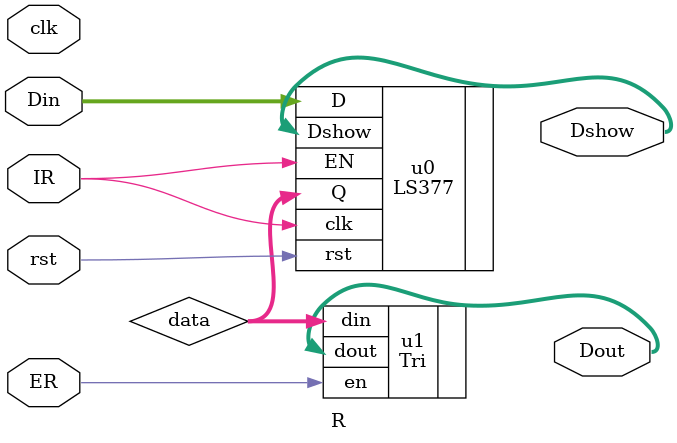
<source format=v>
`timescale 1ns / 1ps

module R(
    input wire clk,
    input wire rst,
    input wire IR,
    input wire ER,
    input wire [7:0] Din,
    output wire [7:0] Dout,
    output wire [7:0] Dshow
    );
    
wire [7:0] data;    

LS377 u0(
   .clk(IR),
   .rst(rst),
   .EN(IR),
   .D(Din),
   .Q(data),
   .Dshow(Dshow)
);

Tri u1(
    .din(data),
    .en(ER),
    .dout(Dout)
);

endmodule

</source>
